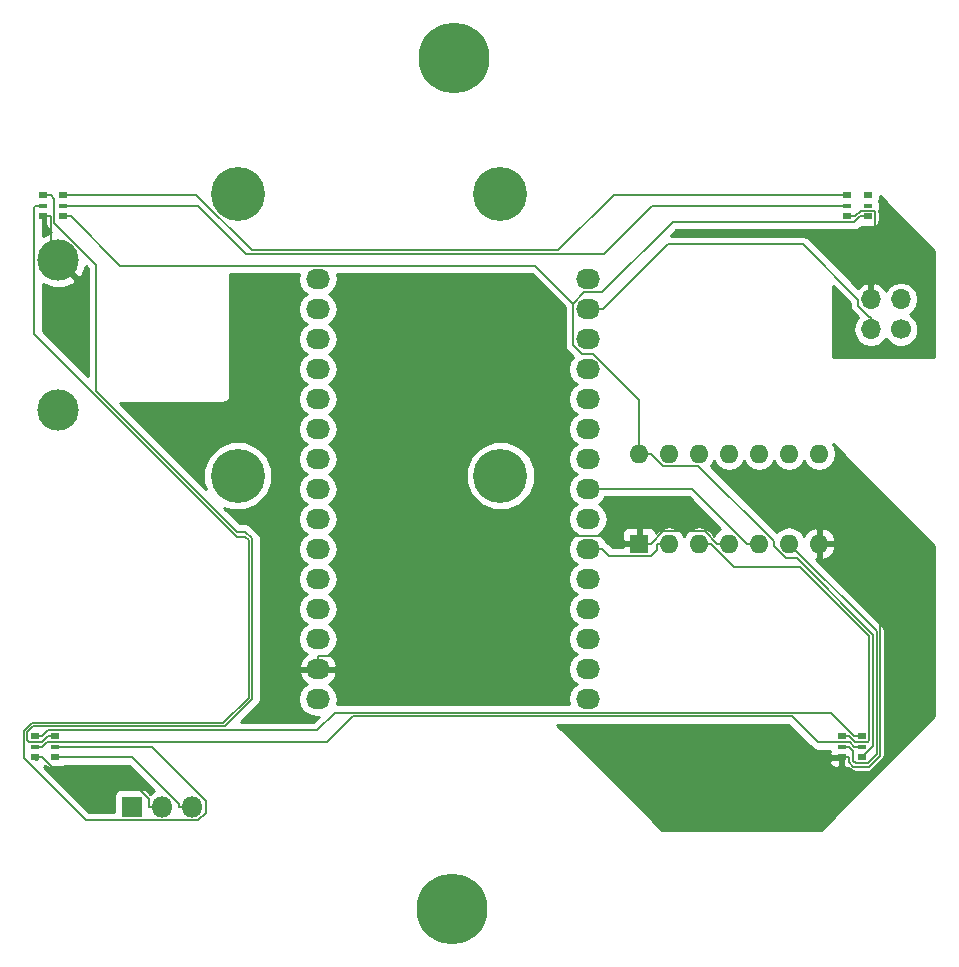
<source format=gtl>
G04 #@! TF.FileFunction,Copper,L1,Top,Signal*
%FSLAX46Y46*%
G04 Gerber Fmt 4.6, Leading zero omitted, Abs format (unit mm)*
G04 Created by KiCad (PCBNEW 4.0.7) date 07/15/18 15:36:16*
%MOMM*%
%LPD*%
G01*
G04 APERTURE LIST*
%ADD10C,0.100000*%
%ADD11C,3.500000*%
%ADD12C,4.572000*%
%ADD13R,1.800000X1.800000*%
%ADD14O,1.800000X1.800000*%
%ADD15O,2.032000X1.727200*%
%ADD16C,1.700000*%
%ADD17O,1.700000X1.700000*%
%ADD18R,0.800000X0.500000*%
%ADD19R,0.800000X0.300000*%
%ADD20R,1.600000X1.600000*%
%ADD21O,1.600000X1.600000*%
%ADD22C,6.000000*%
%ADD23C,0.152400*%
%ADD24C,0.254000*%
G04 APERTURE END LIST*
D10*
D11*
X156600000Y-68800000D03*
X156600000Y-56100000D03*
D12*
X171840000Y-50537400D03*
X171840000Y-74362600D03*
X194065000Y-74362600D03*
X194065000Y-50537400D03*
D13*
X162900000Y-102400000D03*
D14*
X165440000Y-102400000D03*
X167980000Y-102400000D03*
D15*
X178600000Y-57700000D03*
X178600000Y-60240000D03*
X178600000Y-62780000D03*
X178600000Y-65320000D03*
X178600000Y-67860000D03*
X178600000Y-70400000D03*
X178600000Y-72940000D03*
X178600000Y-75480000D03*
X178600000Y-78020000D03*
X178600000Y-80560000D03*
X178600000Y-83100000D03*
X178600000Y-85640000D03*
X178600000Y-88180000D03*
X178600000Y-90720000D03*
X178600000Y-93260000D03*
X201460000Y-57700000D03*
X201460000Y-88180000D03*
X201460000Y-90720000D03*
X201460000Y-85640000D03*
X201460000Y-70400000D03*
X201460000Y-67860000D03*
X201460000Y-72940000D03*
X201460000Y-93260000D03*
X201460000Y-78020000D03*
X201460000Y-75480000D03*
X201460000Y-80560000D03*
X201460000Y-83100000D03*
X201460000Y-62780000D03*
X201460000Y-65320000D03*
X201460000Y-60240000D03*
D16*
X227970000Y-61970000D03*
D17*
X225430000Y-61970000D03*
X227970000Y-59430000D03*
X225430000Y-59430000D03*
D18*
X222950000Y-96400000D03*
D19*
X222950000Y-97300000D03*
D18*
X222950000Y-98200000D03*
X224650000Y-98200000D03*
D19*
X224650000Y-97300000D03*
D18*
X224650000Y-96400000D03*
X154650000Y-96400000D03*
D19*
X154650000Y-97300000D03*
D18*
X154650000Y-98200000D03*
X156350000Y-98200000D03*
D19*
X156350000Y-97300000D03*
D18*
X156350000Y-96400000D03*
X155350000Y-50600000D03*
D19*
X155350000Y-51500000D03*
D18*
X155350000Y-52400000D03*
X157050000Y-52400000D03*
D19*
X157050000Y-51500000D03*
D18*
X157050000Y-50600000D03*
X223450000Y-50600000D03*
D19*
X223450000Y-51500000D03*
D18*
X223450000Y-52400000D03*
X225150000Y-52400000D03*
D19*
X225150000Y-51500000D03*
D18*
X225150000Y-50600000D03*
D20*
X205800000Y-80100000D03*
D21*
X221040000Y-72480000D03*
X208340000Y-80100000D03*
X218500000Y-72480000D03*
X210880000Y-80100000D03*
X215960000Y-72480000D03*
X213420000Y-80100000D03*
X213420000Y-72480000D03*
X215960000Y-80100000D03*
X210880000Y-72480000D03*
X218500000Y-80100000D03*
X208340000Y-72480000D03*
X221040000Y-80100000D03*
X205800000Y-72480000D03*
D22*
X190100000Y-39000000D03*
X190000000Y-111000000D03*
D23*
X154650000Y-98200000D02*
X155278900Y-98200000D01*
X155278900Y-98200000D02*
X156062800Y-98983900D01*
X156062800Y-98983900D02*
X161610700Y-98983900D01*
X161610700Y-98983900D02*
X164311100Y-101684300D01*
X164311100Y-101684300D02*
X164311100Y-102400000D01*
X165440000Y-102400000D02*
X164311100Y-102400000D01*
X222950000Y-98200000D02*
X223578900Y-98200000D01*
X221040000Y-80100000D02*
X221040000Y-81128900D01*
X204113000Y-79441900D02*
X204771100Y-80100000D01*
X189878100Y-79441900D02*
X204113000Y-79441900D01*
X179692500Y-89627500D02*
X189878100Y-79441900D01*
X178600000Y-89627500D02*
X179692500Y-89627500D01*
X178600000Y-90720000D02*
X178600000Y-89627500D01*
X205800000Y-80100000D02*
X204771100Y-80100000D01*
X224557800Y-51921100D02*
X224078900Y-52400000D01*
X225665300Y-51921100D02*
X224557800Y-51921100D01*
X225779000Y-52034800D02*
X225665300Y-51921100D01*
X225779000Y-58002100D02*
X225779000Y-52034800D01*
X225430000Y-58351100D02*
X225779000Y-58002100D01*
X225430000Y-59430000D02*
X225430000Y-58351100D01*
X223450000Y-52400000D02*
X224078900Y-52400000D01*
X155978900Y-55478900D02*
X155978900Y-52400000D01*
X156600000Y-56100000D02*
X155978900Y-55478900D01*
X155350000Y-52400000D02*
X155978900Y-52400000D01*
X207857800Y-79071100D02*
X206828900Y-80100000D01*
X211362200Y-79071100D02*
X207857800Y-79071100D01*
X212391100Y-80100000D02*
X211362200Y-79071100D01*
X213420000Y-80100000D02*
X212391100Y-80100000D01*
X205800000Y-80100000D02*
X206828900Y-80100000D01*
X226217000Y-86305900D02*
X221040000Y-81128900D01*
X226217000Y-98051600D02*
X226217000Y-86305900D01*
X225273400Y-98995200D02*
X226217000Y-98051600D01*
X223942500Y-98995200D02*
X225273400Y-98995200D01*
X223578900Y-98631600D02*
X223942500Y-98995200D01*
X223578900Y-98200000D02*
X223578900Y-98631600D01*
X222950000Y-96400000D02*
X223578900Y-96400000D01*
X210880000Y-80100000D02*
X211908900Y-80100000D01*
X224057900Y-96879000D02*
X223578900Y-96400000D01*
X225149100Y-96879000D02*
X224057900Y-96879000D01*
X225279000Y-96749100D02*
X225149100Y-96879000D01*
X225279000Y-87906800D02*
X225279000Y-96749100D01*
X219429600Y-82057400D02*
X225279000Y-87906800D01*
X213866300Y-82057400D02*
X219429600Y-82057400D01*
X211908900Y-80100000D02*
X213866300Y-82057400D01*
X222950000Y-97300000D02*
X223578900Y-97300000D01*
X225911900Y-87511900D02*
X218500000Y-80100000D01*
X225911900Y-97925100D02*
X225911900Y-87511900D01*
X225146900Y-98690100D02*
X225911900Y-97925100D01*
X224161300Y-98690100D02*
X225146900Y-98690100D01*
X223939600Y-98468400D02*
X224161300Y-98690100D01*
X223939600Y-97660700D02*
X223939600Y-98468400D01*
X223578900Y-97300000D02*
X223939600Y-97660700D01*
X166851100Y-102166100D02*
X166851100Y-102400000D01*
X162885000Y-98200000D02*
X166851100Y-102166100D01*
X156350000Y-98200000D02*
X162885000Y-98200000D01*
X167980000Y-102400000D02*
X166851100Y-102400000D01*
X225150000Y-52400000D02*
X224521100Y-52400000D01*
X157050000Y-52400000D02*
X157678900Y-52400000D01*
X161864900Y-56586000D02*
X157678900Y-52400000D01*
X197013800Y-56586000D02*
X161864900Y-56586000D01*
X200215000Y-59787200D02*
X197013800Y-56586000D01*
X224042200Y-52878900D02*
X224521100Y-52400000D01*
X208668400Y-52878900D02*
X224042200Y-52878900D01*
X202705000Y-58842300D02*
X208668400Y-52878900D01*
X201159900Y-58842300D02*
X202705000Y-58842300D01*
X200215000Y-59787200D02*
X201159900Y-58842300D01*
X205800000Y-67958800D02*
X205800000Y-72480000D01*
X201891200Y-64050000D02*
X205800000Y-67958800D01*
X200948300Y-64050000D02*
X201891200Y-64050000D01*
X200215000Y-63316700D02*
X200948300Y-64050000D01*
X200215000Y-59787200D02*
X200215000Y-63316700D01*
X225606700Y-97243300D02*
X224650000Y-98200000D01*
X225606700Y-87802800D02*
X225606700Y-97243300D01*
X219136500Y-81332600D02*
X225606700Y-87802800D01*
X218270400Y-81332600D02*
X219136500Y-81332600D01*
X217230000Y-80292200D02*
X218270400Y-81332600D01*
X217230000Y-79911900D02*
X217230000Y-80292200D01*
X210827000Y-73508900D02*
X217230000Y-79911900D01*
X207857800Y-73508900D02*
X210827000Y-73508900D01*
X206828900Y-72480000D02*
X207857800Y-73508900D01*
X205800000Y-72480000D02*
X206828900Y-72480000D01*
X223642200Y-96921100D02*
X224021100Y-97300000D01*
X220936700Y-96921100D02*
X223642200Y-96921100D01*
X218728700Y-94713100D02*
X220936700Y-96921100D01*
X181567800Y-94713100D02*
X218728700Y-94713100D01*
X179359800Y-96921100D02*
X181567800Y-94713100D01*
X155657800Y-96921100D02*
X179359800Y-96921100D01*
X155278900Y-97300000D02*
X155657800Y-96921100D01*
X154650000Y-97300000D02*
X155278900Y-97300000D01*
X224650000Y-97300000D02*
X224021100Y-97300000D01*
X222029000Y-94407900D02*
X224021100Y-96400000D01*
X180035900Y-94407900D02*
X222029000Y-94407900D01*
X178522700Y-95921100D02*
X180035900Y-94407900D01*
X155757800Y-95921100D02*
X178522700Y-95921100D01*
X155278900Y-96400000D02*
X155757800Y-95921100D01*
X154650000Y-96400000D02*
X155278900Y-96400000D01*
X224650000Y-96400000D02*
X224021100Y-96400000D01*
X155350000Y-51500000D02*
X154721100Y-51500000D01*
X164537300Y-97300000D02*
X156350000Y-97300000D01*
X169139800Y-101902500D02*
X164537300Y-97300000D01*
X169139800Y-102883000D02*
X169139800Y-101902500D01*
X168483000Y-103539800D02*
X169139800Y-102883000D01*
X158954100Y-103539800D02*
X168483000Y-103539800D01*
X153706600Y-98292300D02*
X158954100Y-103539800D01*
X153706600Y-95938100D02*
X153706600Y-98292300D01*
X154364600Y-95280100D02*
X153706600Y-95938100D01*
X170608400Y-95280100D02*
X154364600Y-95280100D01*
X172740000Y-93148500D02*
X170608400Y-95280100D01*
X172740000Y-79835900D02*
X172740000Y-93148500D01*
X172440500Y-79536400D02*
X172740000Y-79835900D01*
X171747500Y-79536400D02*
X172440500Y-79536400D01*
X154589500Y-62378400D02*
X171747500Y-79536400D01*
X154589500Y-51631600D02*
X154589500Y-62378400D01*
X154721100Y-51500000D02*
X154589500Y-51631600D01*
X155242200Y-96878900D02*
X155721100Y-96400000D01*
X154155200Y-96878900D02*
X155242200Y-96878900D01*
X154021100Y-96744800D02*
X154155200Y-96878900D01*
X154021100Y-96055200D02*
X154021100Y-96744800D01*
X154491100Y-95585200D02*
X154021100Y-96055200D01*
X170746700Y-95585200D02*
X154491100Y-95585200D01*
X173056700Y-93275200D02*
X170746700Y-95585200D01*
X173056700Y-79669400D02*
X173056700Y-93275200D01*
X172466200Y-79078900D02*
X173056700Y-79669400D01*
X171721600Y-79078900D02*
X172466200Y-79078900D01*
X159845500Y-67202800D02*
X171721600Y-79078900D01*
X159845500Y-56528900D02*
X159845500Y-67202800D01*
X156284100Y-52967500D02*
X159845500Y-56528900D01*
X156284100Y-50905200D02*
X156284100Y-52967500D01*
X155978900Y-50600000D02*
X156284100Y-50905200D01*
X155350000Y-50600000D02*
X155978900Y-50600000D01*
X156350000Y-96400000D02*
X155721100Y-96400000D01*
X206934700Y-51500000D02*
X223450000Y-51500000D01*
X202842600Y-55592100D02*
X206934700Y-51500000D01*
X172564500Y-55592100D02*
X202842600Y-55592100D01*
X168472400Y-51500000D02*
X172564500Y-55592100D01*
X157050000Y-51500000D02*
X168472400Y-51500000D01*
X168333100Y-50600000D02*
X157050000Y-50600000D01*
X173020000Y-55286900D02*
X168333100Y-50600000D01*
X198966900Y-55286900D02*
X173020000Y-55286900D01*
X203653800Y-50600000D02*
X198966900Y-55286900D01*
X223450000Y-50600000D02*
X203653800Y-50600000D01*
X210311100Y-75480000D02*
X201460000Y-75480000D01*
X214931100Y-80100000D02*
X210311100Y-75480000D01*
X215960000Y-80100000D02*
X214931100Y-80100000D01*
X203273900Y-81129000D02*
X202704900Y-80560000D01*
X206796500Y-81129000D02*
X203273900Y-81129000D01*
X207311100Y-80614400D02*
X206796500Y-81129000D01*
X207311100Y-80100000D02*
X207311100Y-80614400D01*
X208340000Y-80100000D02*
X207311100Y-80100000D01*
X201460000Y-80560000D02*
X202704900Y-80560000D01*
X202768600Y-60240000D02*
X201460000Y-60240000D01*
X208246400Y-54762200D02*
X202768600Y-60240000D01*
X219677600Y-54762200D02*
X208246400Y-54762200D01*
X224351100Y-59435700D02*
X219677600Y-54762200D01*
X224351100Y-59947200D02*
X224351100Y-59435700D01*
X225295000Y-60891100D02*
X224351100Y-59947200D01*
X225430000Y-60891100D02*
X225295000Y-60891100D01*
X225430000Y-61970000D02*
X225430000Y-60891100D01*
D24*
G36*
X230816100Y-80287336D02*
X230816100Y-94719864D01*
X221217364Y-104318600D01*
X207784836Y-104318600D01*
X201949986Y-98483750D01*
X221915000Y-98483750D01*
X221915000Y-98576310D01*
X222011673Y-98809699D01*
X222190302Y-98988327D01*
X222423691Y-99085000D01*
X222664250Y-99085000D01*
X222823000Y-98926250D01*
X222823000Y-98325000D01*
X222073750Y-98325000D01*
X221915000Y-98483750D01*
X201949986Y-98483750D01*
X198890536Y-95424300D01*
X218434112Y-95424300D01*
X220433806Y-97423995D01*
X220664536Y-97578163D01*
X220936700Y-97632300D01*
X221936862Y-97632300D01*
X221946838Y-97685317D01*
X221962338Y-97709405D01*
X221915000Y-97823690D01*
X221915000Y-97916250D01*
X222073750Y-98075000D01*
X222439188Y-98075000D01*
X222550000Y-98097440D01*
X223097000Y-98097440D01*
X223097000Y-98325000D01*
X223077000Y-98325000D01*
X223077000Y-98926250D01*
X223235750Y-99085000D01*
X223476309Y-99085000D01*
X223528708Y-99063296D01*
X223658406Y-99192994D01*
X223889135Y-99347163D01*
X223934290Y-99356145D01*
X224161300Y-99401300D01*
X225146900Y-99401300D01*
X225419065Y-99347163D01*
X225649794Y-99192994D01*
X226414794Y-98427995D01*
X226568962Y-98197265D01*
X226568963Y-98197264D01*
X226623100Y-97925100D01*
X226623100Y-87511900D01*
X226568963Y-87239736D01*
X226501386Y-87138600D01*
X226414795Y-87009006D01*
X220824387Y-81418599D01*
X220913000Y-81369915D01*
X220913000Y-80227000D01*
X221167000Y-80227000D01*
X221167000Y-81369915D01*
X221389039Y-81491904D01*
X221777423Y-81331041D01*
X222192389Y-80955134D01*
X222431914Y-80449041D01*
X222310629Y-80227000D01*
X221167000Y-80227000D01*
X220913000Y-80227000D01*
X220893000Y-80227000D01*
X220893000Y-79973000D01*
X220913000Y-79973000D01*
X220913000Y-78830085D01*
X221167000Y-78830085D01*
X221167000Y-79973000D01*
X222310629Y-79973000D01*
X222431914Y-79750959D01*
X222192389Y-79244866D01*
X221777423Y-78868959D01*
X221389039Y-78708096D01*
X221167000Y-78830085D01*
X220913000Y-78830085D01*
X220690961Y-78708096D01*
X220302577Y-78868959D01*
X219887611Y-79244866D01*
X219784986Y-79461703D01*
X219514698Y-79057189D01*
X219049151Y-78746120D01*
X218500000Y-78636887D01*
X217950849Y-78746120D01*
X217485302Y-79057189D01*
X217443556Y-79119667D01*
X211865925Y-73542037D01*
X211894698Y-73522811D01*
X212150000Y-73140725D01*
X212405302Y-73522811D01*
X212870849Y-73833880D01*
X213420000Y-73943113D01*
X213969151Y-73833880D01*
X214434698Y-73522811D01*
X214690000Y-73140725D01*
X214945302Y-73522811D01*
X215410849Y-73833880D01*
X215960000Y-73943113D01*
X216509151Y-73833880D01*
X216974698Y-73522811D01*
X217230000Y-73140725D01*
X217485302Y-73522811D01*
X217950849Y-73833880D01*
X218500000Y-73943113D01*
X219049151Y-73833880D01*
X219514698Y-73522811D01*
X219770000Y-73140725D01*
X220025302Y-73522811D01*
X220490849Y-73833880D01*
X221040000Y-73943113D01*
X221589151Y-73833880D01*
X222054698Y-73522811D01*
X222365767Y-73057264D01*
X222475000Y-72508113D01*
X222475000Y-72451887D01*
X222365767Y-71902736D01*
X222233402Y-71704638D01*
X230816100Y-80287336D01*
X230816100Y-80287336D01*
G37*
X230816100Y-80287336D02*
X230816100Y-94719864D01*
X221217364Y-104318600D01*
X207784836Y-104318600D01*
X201949986Y-98483750D01*
X221915000Y-98483750D01*
X221915000Y-98576310D01*
X222011673Y-98809699D01*
X222190302Y-98988327D01*
X222423691Y-99085000D01*
X222664250Y-99085000D01*
X222823000Y-98926250D01*
X222823000Y-98325000D01*
X222073750Y-98325000D01*
X221915000Y-98483750D01*
X201949986Y-98483750D01*
X198890536Y-95424300D01*
X218434112Y-95424300D01*
X220433806Y-97423995D01*
X220664536Y-97578163D01*
X220936700Y-97632300D01*
X221936862Y-97632300D01*
X221946838Y-97685317D01*
X221962338Y-97709405D01*
X221915000Y-97823690D01*
X221915000Y-97916250D01*
X222073750Y-98075000D01*
X222439188Y-98075000D01*
X222550000Y-98097440D01*
X223097000Y-98097440D01*
X223097000Y-98325000D01*
X223077000Y-98325000D01*
X223077000Y-98926250D01*
X223235750Y-99085000D01*
X223476309Y-99085000D01*
X223528708Y-99063296D01*
X223658406Y-99192994D01*
X223889135Y-99347163D01*
X223934290Y-99356145D01*
X224161300Y-99401300D01*
X225146900Y-99401300D01*
X225419065Y-99347163D01*
X225649794Y-99192994D01*
X226414794Y-98427995D01*
X226568962Y-98197265D01*
X226568963Y-98197264D01*
X226623100Y-97925100D01*
X226623100Y-87511900D01*
X226568963Y-87239736D01*
X226501386Y-87138600D01*
X226414795Y-87009006D01*
X220824387Y-81418599D01*
X220913000Y-81369915D01*
X220913000Y-80227000D01*
X221167000Y-80227000D01*
X221167000Y-81369915D01*
X221389039Y-81491904D01*
X221777423Y-81331041D01*
X222192389Y-80955134D01*
X222431914Y-80449041D01*
X222310629Y-80227000D01*
X221167000Y-80227000D01*
X220913000Y-80227000D01*
X220893000Y-80227000D01*
X220893000Y-79973000D01*
X220913000Y-79973000D01*
X220913000Y-78830085D01*
X221167000Y-78830085D01*
X221167000Y-79973000D01*
X222310629Y-79973000D01*
X222431914Y-79750959D01*
X222192389Y-79244866D01*
X221777423Y-78868959D01*
X221389039Y-78708096D01*
X221167000Y-78830085D01*
X220913000Y-78830085D01*
X220690961Y-78708096D01*
X220302577Y-78868959D01*
X219887611Y-79244866D01*
X219784986Y-79461703D01*
X219514698Y-79057189D01*
X219049151Y-78746120D01*
X218500000Y-78636887D01*
X217950849Y-78746120D01*
X217485302Y-79057189D01*
X217443556Y-79119667D01*
X211865925Y-73542037D01*
X211894698Y-73522811D01*
X212150000Y-73140725D01*
X212405302Y-73522811D01*
X212870849Y-73833880D01*
X213420000Y-73943113D01*
X213969151Y-73833880D01*
X214434698Y-73522811D01*
X214690000Y-73140725D01*
X214945302Y-73522811D01*
X215410849Y-73833880D01*
X215960000Y-73943113D01*
X216509151Y-73833880D01*
X216974698Y-73522811D01*
X217230000Y-73140725D01*
X217485302Y-73522811D01*
X217950849Y-73833880D01*
X218500000Y-73943113D01*
X219049151Y-73833880D01*
X219514698Y-73522811D01*
X219770000Y-73140725D01*
X220025302Y-73522811D01*
X220490849Y-73833880D01*
X221040000Y-73943113D01*
X221589151Y-73833880D01*
X222054698Y-73522811D01*
X222365767Y-73057264D01*
X222475000Y-72508113D01*
X222475000Y-72451887D01*
X222365767Y-71902736D01*
X222233402Y-71704638D01*
X230816100Y-80287336D01*
G36*
X155698110Y-99046431D02*
X155950000Y-99097440D01*
X156750000Y-99097440D01*
X156985317Y-99053162D01*
X157201441Y-98914090D01*
X157203416Y-98911200D01*
X162590412Y-98911200D01*
X164743048Y-101063837D01*
X164532424Y-101162034D01*
X164409156Y-101296538D01*
X164403162Y-101264683D01*
X164264090Y-101048559D01*
X164051890Y-100903569D01*
X163800000Y-100852560D01*
X162000000Y-100852560D01*
X161764683Y-100896838D01*
X161548559Y-101035910D01*
X161403569Y-101248110D01*
X161352560Y-101500000D01*
X161352560Y-102828600D01*
X159248689Y-102828600D01*
X155408791Y-98988703D01*
X155409698Y-98988327D01*
X155492252Y-98905774D01*
X155698110Y-99046431D01*
X155698110Y-99046431D01*
G37*
X155698110Y-99046431D02*
X155950000Y-99097440D01*
X156750000Y-99097440D01*
X156985317Y-99053162D01*
X157201441Y-98914090D01*
X157203416Y-98911200D01*
X162590412Y-98911200D01*
X164743048Y-101063837D01*
X164532424Y-101162034D01*
X164409156Y-101296538D01*
X164403162Y-101264683D01*
X164264090Y-101048559D01*
X164051890Y-100903569D01*
X163800000Y-100852560D01*
X162000000Y-100852560D01*
X161764683Y-100896838D01*
X161548559Y-101035910D01*
X161403569Y-101248110D01*
X161352560Y-101500000D01*
X161352560Y-102828600D01*
X159248689Y-102828600D01*
X155408791Y-98988703D01*
X155409698Y-98988327D01*
X155492252Y-98905774D01*
X155698110Y-99046431D01*
G36*
X165567000Y-102273000D02*
X165587000Y-102273000D01*
X165587000Y-102527000D01*
X165567000Y-102527000D01*
X165567000Y-102547000D01*
X165313000Y-102547000D01*
X165313000Y-102527000D01*
X165293000Y-102527000D01*
X165293000Y-102273000D01*
X165313000Y-102273000D01*
X165313000Y-102253000D01*
X165567000Y-102253000D01*
X165567000Y-102273000D01*
X165567000Y-102273000D01*
G37*
X165567000Y-102273000D02*
X165587000Y-102273000D01*
X165587000Y-102527000D01*
X165567000Y-102527000D01*
X165567000Y-102547000D01*
X165313000Y-102547000D01*
X165313000Y-102527000D01*
X165293000Y-102527000D01*
X165293000Y-102273000D01*
X165313000Y-102273000D01*
X165313000Y-102253000D01*
X165567000Y-102253000D01*
X165567000Y-102273000D01*
G36*
X154797000Y-98325000D02*
X154777000Y-98325000D01*
X154777000Y-98347000D01*
X154767088Y-98347000D01*
X154517528Y-98097440D01*
X154797000Y-98097440D01*
X154797000Y-98325000D01*
X154797000Y-98325000D01*
G37*
X154797000Y-98325000D02*
X154777000Y-98325000D01*
X154777000Y-98347000D01*
X154767088Y-98347000D01*
X154517528Y-98097440D01*
X154797000Y-98097440D01*
X154797000Y-98325000D01*
G36*
X176916655Y-57700000D02*
X177030729Y-58273489D01*
X177355585Y-58759670D01*
X177670366Y-58970000D01*
X177355585Y-59180330D01*
X177030729Y-59666511D01*
X176916655Y-60240000D01*
X177030729Y-60813489D01*
X177355585Y-61299670D01*
X177670366Y-61510000D01*
X177355585Y-61720330D01*
X177030729Y-62206511D01*
X176916655Y-62780000D01*
X177030729Y-63353489D01*
X177355585Y-63839670D01*
X177670366Y-64050000D01*
X177355585Y-64260330D01*
X177030729Y-64746511D01*
X176916655Y-65320000D01*
X177030729Y-65893489D01*
X177355585Y-66379670D01*
X177670366Y-66590000D01*
X177355585Y-66800330D01*
X177030729Y-67286511D01*
X176916655Y-67860000D01*
X177030729Y-68433489D01*
X177355585Y-68919670D01*
X177670366Y-69130000D01*
X177355585Y-69340330D01*
X177030729Y-69826511D01*
X176916655Y-70400000D01*
X177030729Y-70973489D01*
X177355585Y-71459670D01*
X177670366Y-71670000D01*
X177355585Y-71880330D01*
X177030729Y-72366511D01*
X176916655Y-72940000D01*
X177030729Y-73513489D01*
X177355585Y-73999670D01*
X177670366Y-74210000D01*
X177355585Y-74420330D01*
X177030729Y-74906511D01*
X176916655Y-75480000D01*
X177030729Y-76053489D01*
X177355585Y-76539670D01*
X177670366Y-76750000D01*
X177355585Y-76960330D01*
X177030729Y-77446511D01*
X176916655Y-78020000D01*
X177030729Y-78593489D01*
X177355585Y-79079670D01*
X177670366Y-79290000D01*
X177355585Y-79500330D01*
X177030729Y-79986511D01*
X176916655Y-80560000D01*
X177030729Y-81133489D01*
X177355585Y-81619670D01*
X177670366Y-81830000D01*
X177355585Y-82040330D01*
X177030729Y-82526511D01*
X176916655Y-83100000D01*
X177030729Y-83673489D01*
X177355585Y-84159670D01*
X177670366Y-84370000D01*
X177355585Y-84580330D01*
X177030729Y-85066511D01*
X176916655Y-85640000D01*
X177030729Y-86213489D01*
X177355585Y-86699670D01*
X177670366Y-86910000D01*
X177355585Y-87120330D01*
X177030729Y-87606511D01*
X176916655Y-88180000D01*
X177030729Y-88753489D01*
X177355585Y-89239670D01*
X177665069Y-89446461D01*
X177249268Y-89817964D01*
X176995291Y-90345209D01*
X176992642Y-90360974D01*
X177113783Y-90593000D01*
X178473000Y-90593000D01*
X178473000Y-90573000D01*
X178727000Y-90573000D01*
X178727000Y-90593000D01*
X180086217Y-90593000D01*
X180207358Y-90360974D01*
X180204709Y-90345209D01*
X179950732Y-89817964D01*
X179534931Y-89446461D01*
X179844415Y-89239670D01*
X180169271Y-88753489D01*
X180283345Y-88180000D01*
X180169271Y-87606511D01*
X179844415Y-87120330D01*
X179529634Y-86910000D01*
X179844415Y-86699670D01*
X180169271Y-86213489D01*
X180283345Y-85640000D01*
X180169271Y-85066511D01*
X179844415Y-84580330D01*
X179529634Y-84370000D01*
X179844415Y-84159670D01*
X180169271Y-83673489D01*
X180283345Y-83100000D01*
X180169271Y-82526511D01*
X179844415Y-82040330D01*
X179529634Y-81830000D01*
X179844415Y-81619670D01*
X180169271Y-81133489D01*
X180283345Y-80560000D01*
X180169271Y-79986511D01*
X179844415Y-79500330D01*
X179529634Y-79290000D01*
X179844415Y-79079670D01*
X180169271Y-78593489D01*
X180283345Y-78020000D01*
X180169271Y-77446511D01*
X179844415Y-76960330D01*
X179529634Y-76750000D01*
X179844415Y-76539670D01*
X180169271Y-76053489D01*
X180283345Y-75480000D01*
X180176147Y-74941074D01*
X191143494Y-74941074D01*
X191587253Y-76015052D01*
X192408226Y-76837460D01*
X193481428Y-77283092D01*
X194643474Y-77284106D01*
X195717452Y-76840347D01*
X196539860Y-76019374D01*
X196985492Y-74946172D01*
X196986506Y-73784126D01*
X196542747Y-72710148D01*
X195721774Y-71887740D01*
X194648572Y-71442108D01*
X193486526Y-71441094D01*
X192412548Y-71884853D01*
X191590140Y-72705826D01*
X191144508Y-73779028D01*
X191143494Y-74941074D01*
X180176147Y-74941074D01*
X180169271Y-74906511D01*
X179844415Y-74420330D01*
X179529634Y-74210000D01*
X179844415Y-73999670D01*
X180169271Y-73513489D01*
X180283345Y-72940000D01*
X180169271Y-72366511D01*
X179844415Y-71880330D01*
X179529634Y-71670000D01*
X179844415Y-71459670D01*
X180169271Y-70973489D01*
X180283345Y-70400000D01*
X180169271Y-69826511D01*
X179844415Y-69340330D01*
X179529634Y-69130000D01*
X179844415Y-68919670D01*
X180169271Y-68433489D01*
X180283345Y-67860000D01*
X180169271Y-67286511D01*
X179844415Y-66800330D01*
X179529634Y-66590000D01*
X179844415Y-66379670D01*
X180169271Y-65893489D01*
X180283345Y-65320000D01*
X180169271Y-64746511D01*
X179844415Y-64260330D01*
X179529634Y-64050000D01*
X179844415Y-63839670D01*
X180169271Y-63353489D01*
X180283345Y-62780000D01*
X180169271Y-62206511D01*
X179844415Y-61720330D01*
X179529634Y-61510000D01*
X179844415Y-61299670D01*
X180169271Y-60813489D01*
X180283345Y-60240000D01*
X180169271Y-59666511D01*
X179844415Y-59180330D01*
X179529634Y-58970000D01*
X179844415Y-58759670D01*
X180169271Y-58273489D01*
X180283345Y-57700000D01*
X180203223Y-57297200D01*
X196719212Y-57297200D01*
X199503800Y-60081789D01*
X199503800Y-63316700D01*
X199557937Y-63588865D01*
X199712106Y-63819594D01*
X200190454Y-64297942D01*
X199890729Y-64746511D01*
X199776655Y-65320000D01*
X199890729Y-65893489D01*
X200215585Y-66379670D01*
X200530366Y-66590000D01*
X200215585Y-66800330D01*
X199890729Y-67286511D01*
X199776655Y-67860000D01*
X199890729Y-68433489D01*
X200215585Y-68919670D01*
X200530366Y-69130000D01*
X200215585Y-69340330D01*
X199890729Y-69826511D01*
X199776655Y-70400000D01*
X199890729Y-70973489D01*
X200215585Y-71459670D01*
X200530366Y-71670000D01*
X200215585Y-71880330D01*
X199890729Y-72366511D01*
X199776655Y-72940000D01*
X199890729Y-73513489D01*
X200215585Y-73999670D01*
X200530366Y-74210000D01*
X200215585Y-74420330D01*
X199890729Y-74906511D01*
X199776655Y-75480000D01*
X199890729Y-76053489D01*
X200215585Y-76539670D01*
X200530366Y-76750000D01*
X200215585Y-76960330D01*
X199890729Y-77446511D01*
X199776655Y-78020000D01*
X199890729Y-78593489D01*
X200215585Y-79079670D01*
X200530366Y-79290000D01*
X200215585Y-79500330D01*
X199890729Y-79986511D01*
X199776655Y-80560000D01*
X199890729Y-81133489D01*
X200215585Y-81619670D01*
X200530366Y-81830000D01*
X200215585Y-82040330D01*
X199890729Y-82526511D01*
X199776655Y-83100000D01*
X199890729Y-83673489D01*
X200215585Y-84159670D01*
X200530366Y-84370000D01*
X200215585Y-84580330D01*
X199890729Y-85066511D01*
X199776655Y-85640000D01*
X199890729Y-86213489D01*
X200215585Y-86699670D01*
X200530366Y-86910000D01*
X200215585Y-87120330D01*
X199890729Y-87606511D01*
X199776655Y-88180000D01*
X199890729Y-88753489D01*
X200215585Y-89239670D01*
X200530366Y-89450000D01*
X200215585Y-89660330D01*
X199890729Y-90146511D01*
X199776655Y-90720000D01*
X199890729Y-91293489D01*
X200215585Y-91779670D01*
X200530366Y-91990000D01*
X200215585Y-92200330D01*
X199890729Y-92686511D01*
X199776655Y-93260000D01*
X199863520Y-93696700D01*
X180196480Y-93696700D01*
X180283345Y-93260000D01*
X180169271Y-92686511D01*
X179844415Y-92200330D01*
X179534931Y-91993539D01*
X179950732Y-91622036D01*
X180204709Y-91094791D01*
X180207358Y-91079026D01*
X180086217Y-90847000D01*
X178727000Y-90847000D01*
X178727000Y-90867000D01*
X178473000Y-90867000D01*
X178473000Y-90847000D01*
X177113783Y-90847000D01*
X176992642Y-91079026D01*
X176995291Y-91094791D01*
X177249268Y-91622036D01*
X177665069Y-91993539D01*
X177355585Y-92200330D01*
X177030729Y-92686511D01*
X176916655Y-93260000D01*
X177030729Y-93833489D01*
X177355585Y-94319670D01*
X177841766Y-94644526D01*
X178415255Y-94758600D01*
X178679412Y-94758600D01*
X178228112Y-95209900D01*
X172127788Y-95209900D01*
X173559594Y-93778095D01*
X173713762Y-93547365D01*
X173713763Y-93547364D01*
X173767900Y-93275200D01*
X173767900Y-79669400D01*
X173713763Y-79397236D01*
X173713763Y-79397235D01*
X173559594Y-79166506D01*
X172969094Y-78576006D01*
X172738365Y-78421837D01*
X172466200Y-78367700D01*
X172016189Y-78367700D01*
X170700910Y-77052421D01*
X171256428Y-77283092D01*
X172418474Y-77284106D01*
X173492452Y-76840347D01*
X174314860Y-76019374D01*
X174760492Y-74946172D01*
X174761506Y-73784126D01*
X174317747Y-72710148D01*
X173496774Y-71887740D01*
X172423572Y-71442108D01*
X171261526Y-71441094D01*
X170187548Y-71884853D01*
X169365140Y-72705826D01*
X168919508Y-73779028D01*
X168918494Y-74941074D01*
X169150106Y-75501617D01*
X161837088Y-68188600D01*
X170501100Y-68188600D01*
X170763238Y-68136457D01*
X170985468Y-67987968D01*
X171133957Y-67765738D01*
X171186100Y-67503600D01*
X171186100Y-57503600D01*
X171145044Y-57297200D01*
X176996777Y-57297200D01*
X176916655Y-57700000D01*
X176916655Y-57700000D01*
G37*
X176916655Y-57700000D02*
X177030729Y-58273489D01*
X177355585Y-58759670D01*
X177670366Y-58970000D01*
X177355585Y-59180330D01*
X177030729Y-59666511D01*
X176916655Y-60240000D01*
X177030729Y-60813489D01*
X177355585Y-61299670D01*
X177670366Y-61510000D01*
X177355585Y-61720330D01*
X177030729Y-62206511D01*
X176916655Y-62780000D01*
X177030729Y-63353489D01*
X177355585Y-63839670D01*
X177670366Y-64050000D01*
X177355585Y-64260330D01*
X177030729Y-64746511D01*
X176916655Y-65320000D01*
X177030729Y-65893489D01*
X177355585Y-66379670D01*
X177670366Y-66590000D01*
X177355585Y-66800330D01*
X177030729Y-67286511D01*
X176916655Y-67860000D01*
X177030729Y-68433489D01*
X177355585Y-68919670D01*
X177670366Y-69130000D01*
X177355585Y-69340330D01*
X177030729Y-69826511D01*
X176916655Y-70400000D01*
X177030729Y-70973489D01*
X177355585Y-71459670D01*
X177670366Y-71670000D01*
X177355585Y-71880330D01*
X177030729Y-72366511D01*
X176916655Y-72940000D01*
X177030729Y-73513489D01*
X177355585Y-73999670D01*
X177670366Y-74210000D01*
X177355585Y-74420330D01*
X177030729Y-74906511D01*
X176916655Y-75480000D01*
X177030729Y-76053489D01*
X177355585Y-76539670D01*
X177670366Y-76750000D01*
X177355585Y-76960330D01*
X177030729Y-77446511D01*
X176916655Y-78020000D01*
X177030729Y-78593489D01*
X177355585Y-79079670D01*
X177670366Y-79290000D01*
X177355585Y-79500330D01*
X177030729Y-79986511D01*
X176916655Y-80560000D01*
X177030729Y-81133489D01*
X177355585Y-81619670D01*
X177670366Y-81830000D01*
X177355585Y-82040330D01*
X177030729Y-82526511D01*
X176916655Y-83100000D01*
X177030729Y-83673489D01*
X177355585Y-84159670D01*
X177670366Y-84370000D01*
X177355585Y-84580330D01*
X177030729Y-85066511D01*
X176916655Y-85640000D01*
X177030729Y-86213489D01*
X177355585Y-86699670D01*
X177670366Y-86910000D01*
X177355585Y-87120330D01*
X177030729Y-87606511D01*
X176916655Y-88180000D01*
X177030729Y-88753489D01*
X177355585Y-89239670D01*
X177665069Y-89446461D01*
X177249268Y-89817964D01*
X176995291Y-90345209D01*
X176992642Y-90360974D01*
X177113783Y-90593000D01*
X178473000Y-90593000D01*
X178473000Y-90573000D01*
X178727000Y-90573000D01*
X178727000Y-90593000D01*
X180086217Y-90593000D01*
X180207358Y-90360974D01*
X180204709Y-90345209D01*
X179950732Y-89817964D01*
X179534931Y-89446461D01*
X179844415Y-89239670D01*
X180169271Y-88753489D01*
X180283345Y-88180000D01*
X180169271Y-87606511D01*
X179844415Y-87120330D01*
X179529634Y-86910000D01*
X179844415Y-86699670D01*
X180169271Y-86213489D01*
X180283345Y-85640000D01*
X180169271Y-85066511D01*
X179844415Y-84580330D01*
X179529634Y-84370000D01*
X179844415Y-84159670D01*
X180169271Y-83673489D01*
X180283345Y-83100000D01*
X180169271Y-82526511D01*
X179844415Y-82040330D01*
X179529634Y-81830000D01*
X179844415Y-81619670D01*
X180169271Y-81133489D01*
X180283345Y-80560000D01*
X180169271Y-79986511D01*
X179844415Y-79500330D01*
X179529634Y-79290000D01*
X179844415Y-79079670D01*
X180169271Y-78593489D01*
X180283345Y-78020000D01*
X180169271Y-77446511D01*
X179844415Y-76960330D01*
X179529634Y-76750000D01*
X179844415Y-76539670D01*
X180169271Y-76053489D01*
X180283345Y-75480000D01*
X180176147Y-74941074D01*
X191143494Y-74941074D01*
X191587253Y-76015052D01*
X192408226Y-76837460D01*
X193481428Y-77283092D01*
X194643474Y-77284106D01*
X195717452Y-76840347D01*
X196539860Y-76019374D01*
X196985492Y-74946172D01*
X196986506Y-73784126D01*
X196542747Y-72710148D01*
X195721774Y-71887740D01*
X194648572Y-71442108D01*
X193486526Y-71441094D01*
X192412548Y-71884853D01*
X191590140Y-72705826D01*
X191144508Y-73779028D01*
X191143494Y-74941074D01*
X180176147Y-74941074D01*
X180169271Y-74906511D01*
X179844415Y-74420330D01*
X179529634Y-74210000D01*
X179844415Y-73999670D01*
X180169271Y-73513489D01*
X180283345Y-72940000D01*
X180169271Y-72366511D01*
X179844415Y-71880330D01*
X179529634Y-71670000D01*
X179844415Y-71459670D01*
X180169271Y-70973489D01*
X180283345Y-70400000D01*
X180169271Y-69826511D01*
X179844415Y-69340330D01*
X179529634Y-69130000D01*
X179844415Y-68919670D01*
X180169271Y-68433489D01*
X180283345Y-67860000D01*
X180169271Y-67286511D01*
X179844415Y-66800330D01*
X179529634Y-66590000D01*
X179844415Y-66379670D01*
X180169271Y-65893489D01*
X180283345Y-65320000D01*
X180169271Y-64746511D01*
X179844415Y-64260330D01*
X179529634Y-64050000D01*
X179844415Y-63839670D01*
X180169271Y-63353489D01*
X180283345Y-62780000D01*
X180169271Y-62206511D01*
X179844415Y-61720330D01*
X179529634Y-61510000D01*
X179844415Y-61299670D01*
X180169271Y-60813489D01*
X180283345Y-60240000D01*
X180169271Y-59666511D01*
X179844415Y-59180330D01*
X179529634Y-58970000D01*
X179844415Y-58759670D01*
X180169271Y-58273489D01*
X180283345Y-57700000D01*
X180203223Y-57297200D01*
X196719212Y-57297200D01*
X199503800Y-60081789D01*
X199503800Y-63316700D01*
X199557937Y-63588865D01*
X199712106Y-63819594D01*
X200190454Y-64297942D01*
X199890729Y-64746511D01*
X199776655Y-65320000D01*
X199890729Y-65893489D01*
X200215585Y-66379670D01*
X200530366Y-66590000D01*
X200215585Y-66800330D01*
X199890729Y-67286511D01*
X199776655Y-67860000D01*
X199890729Y-68433489D01*
X200215585Y-68919670D01*
X200530366Y-69130000D01*
X200215585Y-69340330D01*
X199890729Y-69826511D01*
X199776655Y-70400000D01*
X199890729Y-70973489D01*
X200215585Y-71459670D01*
X200530366Y-71670000D01*
X200215585Y-71880330D01*
X199890729Y-72366511D01*
X199776655Y-72940000D01*
X199890729Y-73513489D01*
X200215585Y-73999670D01*
X200530366Y-74210000D01*
X200215585Y-74420330D01*
X199890729Y-74906511D01*
X199776655Y-75480000D01*
X199890729Y-76053489D01*
X200215585Y-76539670D01*
X200530366Y-76750000D01*
X200215585Y-76960330D01*
X199890729Y-77446511D01*
X199776655Y-78020000D01*
X199890729Y-78593489D01*
X200215585Y-79079670D01*
X200530366Y-79290000D01*
X200215585Y-79500330D01*
X199890729Y-79986511D01*
X199776655Y-80560000D01*
X199890729Y-81133489D01*
X200215585Y-81619670D01*
X200530366Y-81830000D01*
X200215585Y-82040330D01*
X199890729Y-82526511D01*
X199776655Y-83100000D01*
X199890729Y-83673489D01*
X200215585Y-84159670D01*
X200530366Y-84370000D01*
X200215585Y-84580330D01*
X199890729Y-85066511D01*
X199776655Y-85640000D01*
X199890729Y-86213489D01*
X200215585Y-86699670D01*
X200530366Y-86910000D01*
X200215585Y-87120330D01*
X199890729Y-87606511D01*
X199776655Y-88180000D01*
X199890729Y-88753489D01*
X200215585Y-89239670D01*
X200530366Y-89450000D01*
X200215585Y-89660330D01*
X199890729Y-90146511D01*
X199776655Y-90720000D01*
X199890729Y-91293489D01*
X200215585Y-91779670D01*
X200530366Y-91990000D01*
X200215585Y-92200330D01*
X199890729Y-92686511D01*
X199776655Y-93260000D01*
X199863520Y-93696700D01*
X180196480Y-93696700D01*
X180283345Y-93260000D01*
X180169271Y-92686511D01*
X179844415Y-92200330D01*
X179534931Y-91993539D01*
X179950732Y-91622036D01*
X180204709Y-91094791D01*
X180207358Y-91079026D01*
X180086217Y-90847000D01*
X178727000Y-90847000D01*
X178727000Y-90867000D01*
X178473000Y-90867000D01*
X178473000Y-90847000D01*
X177113783Y-90847000D01*
X176992642Y-91079026D01*
X176995291Y-91094791D01*
X177249268Y-91622036D01*
X177665069Y-91993539D01*
X177355585Y-92200330D01*
X177030729Y-92686511D01*
X176916655Y-93260000D01*
X177030729Y-93833489D01*
X177355585Y-94319670D01*
X177841766Y-94644526D01*
X178415255Y-94758600D01*
X178679412Y-94758600D01*
X178228112Y-95209900D01*
X172127788Y-95209900D01*
X173559594Y-93778095D01*
X173713762Y-93547365D01*
X173713763Y-93547364D01*
X173767900Y-93275200D01*
X173767900Y-79669400D01*
X173713763Y-79397236D01*
X173713763Y-79397235D01*
X173559594Y-79166506D01*
X172969094Y-78576006D01*
X172738365Y-78421837D01*
X172466200Y-78367700D01*
X172016189Y-78367700D01*
X170700910Y-77052421D01*
X171256428Y-77283092D01*
X172418474Y-77284106D01*
X173492452Y-76840347D01*
X174314860Y-76019374D01*
X174760492Y-74946172D01*
X174761506Y-73784126D01*
X174317747Y-72710148D01*
X173496774Y-71887740D01*
X172423572Y-71442108D01*
X171261526Y-71441094D01*
X170187548Y-71884853D01*
X169365140Y-72705826D01*
X168919508Y-73779028D01*
X168918494Y-74941074D01*
X169150106Y-75501617D01*
X161837088Y-68188600D01*
X170501100Y-68188600D01*
X170763238Y-68136457D01*
X170985468Y-67987968D01*
X171133957Y-67765738D01*
X171186100Y-67503600D01*
X171186100Y-57503600D01*
X171145044Y-57297200D01*
X176996777Y-57297200D01*
X176916655Y-57700000D01*
G36*
X212690846Y-78865534D02*
X212682577Y-78868959D01*
X212267611Y-79244866D01*
X212174487Y-79441629D01*
X212148060Y-79436372D01*
X211894698Y-79057189D01*
X211429151Y-78746120D01*
X210880000Y-78636887D01*
X210330849Y-78746120D01*
X209865302Y-79057189D01*
X209610000Y-79439275D01*
X209354698Y-79057189D01*
X208889151Y-78746120D01*
X208340000Y-78636887D01*
X207790849Y-78746120D01*
X207325302Y-79057189D01*
X207235000Y-79192335D01*
X207235000Y-79173691D01*
X207138327Y-78940302D01*
X206959699Y-78761673D01*
X206726310Y-78665000D01*
X206085750Y-78665000D01*
X205927000Y-78823750D01*
X205927000Y-79973000D01*
X205947000Y-79973000D01*
X205947000Y-80227000D01*
X205927000Y-80227000D01*
X205927000Y-80247000D01*
X205673000Y-80247000D01*
X205673000Y-80227000D01*
X204523750Y-80227000D01*
X204365000Y-80385750D01*
X204365000Y-80417800D01*
X203568489Y-80417800D01*
X203207794Y-80057106D01*
X202977065Y-79902937D01*
X202972871Y-79902103D01*
X202704415Y-79500330D01*
X202389634Y-79290000D01*
X202563702Y-79173691D01*
X204365000Y-79173691D01*
X204365000Y-79814250D01*
X204523750Y-79973000D01*
X205673000Y-79973000D01*
X205673000Y-78823750D01*
X205514250Y-78665000D01*
X204873690Y-78665000D01*
X204640301Y-78761673D01*
X204461673Y-78940302D01*
X204365000Y-79173691D01*
X202563702Y-79173691D01*
X202704415Y-79079670D01*
X203029271Y-78593489D01*
X203143345Y-78020000D01*
X203029271Y-77446511D01*
X202704415Y-76960330D01*
X202389634Y-76750000D01*
X202704415Y-76539670D01*
X202937255Y-76191200D01*
X210016512Y-76191200D01*
X212690846Y-78865534D01*
X212690846Y-78865534D01*
G37*
X212690846Y-78865534D02*
X212682577Y-78868959D01*
X212267611Y-79244866D01*
X212174487Y-79441629D01*
X212148060Y-79436372D01*
X211894698Y-79057189D01*
X211429151Y-78746120D01*
X210880000Y-78636887D01*
X210330849Y-78746120D01*
X209865302Y-79057189D01*
X209610000Y-79439275D01*
X209354698Y-79057189D01*
X208889151Y-78746120D01*
X208340000Y-78636887D01*
X207790849Y-78746120D01*
X207325302Y-79057189D01*
X207235000Y-79192335D01*
X207235000Y-79173691D01*
X207138327Y-78940302D01*
X206959699Y-78761673D01*
X206726310Y-78665000D01*
X206085750Y-78665000D01*
X205927000Y-78823750D01*
X205927000Y-79973000D01*
X205947000Y-79973000D01*
X205947000Y-80227000D01*
X205927000Y-80227000D01*
X205927000Y-80247000D01*
X205673000Y-80247000D01*
X205673000Y-80227000D01*
X204523750Y-80227000D01*
X204365000Y-80385750D01*
X204365000Y-80417800D01*
X203568489Y-80417800D01*
X203207794Y-80057106D01*
X202977065Y-79902937D01*
X202972871Y-79902103D01*
X202704415Y-79500330D01*
X202389634Y-79290000D01*
X202563702Y-79173691D01*
X204365000Y-79173691D01*
X204365000Y-79814250D01*
X204523750Y-79973000D01*
X205673000Y-79973000D01*
X205673000Y-78823750D01*
X205514250Y-78665000D01*
X204873690Y-78665000D01*
X204640301Y-78761673D01*
X204461673Y-78940302D01*
X204365000Y-79173691D01*
X202563702Y-79173691D01*
X202704415Y-79079670D01*
X203029271Y-78593489D01*
X203143345Y-78020000D01*
X203029271Y-77446511D01*
X202704415Y-76960330D01*
X202389634Y-76750000D01*
X202704415Y-76539670D01*
X202937255Y-76191200D01*
X210016512Y-76191200D01*
X212690846Y-78865534D01*
G36*
X213547000Y-79973000D02*
X213567000Y-79973000D01*
X213567000Y-80227000D01*
X213547000Y-80227000D01*
X213547000Y-80247000D01*
X213293000Y-80247000D01*
X213293000Y-80227000D01*
X213273000Y-80227000D01*
X213273000Y-79973000D01*
X213293000Y-79973000D01*
X213293000Y-79953000D01*
X213547000Y-79953000D01*
X213547000Y-79973000D01*
X213547000Y-79973000D01*
G37*
X213547000Y-79973000D02*
X213567000Y-79973000D01*
X213567000Y-80227000D01*
X213547000Y-80227000D01*
X213547000Y-80247000D01*
X213293000Y-80247000D01*
X213293000Y-80227000D01*
X213273000Y-80227000D01*
X213273000Y-79973000D01*
X213293000Y-79973000D01*
X213293000Y-79953000D01*
X213547000Y-79953000D01*
X213547000Y-79973000D01*
G36*
X156793748Y-56085858D02*
X156779605Y-56100000D01*
X158294528Y-57614923D01*
X158639271Y-57424636D01*
X158951953Y-56641141D01*
X159134300Y-56823488D01*
X159134300Y-65917412D01*
X155300700Y-62083812D01*
X155300700Y-58149382D01*
X156156591Y-58490956D01*
X157105323Y-58478641D01*
X157924636Y-58139271D01*
X158114923Y-57794528D01*
X156600000Y-56279605D01*
X156585858Y-56293748D01*
X156406253Y-56114143D01*
X156420395Y-56100000D01*
X156406253Y-56085858D01*
X156585858Y-55906253D01*
X156600000Y-55920395D01*
X156614143Y-55906253D01*
X156793748Y-56085858D01*
X156793748Y-56085858D01*
G37*
X156793748Y-56085858D02*
X156779605Y-56100000D01*
X158294528Y-57614923D01*
X158639271Y-57424636D01*
X158951953Y-56641141D01*
X159134300Y-56823488D01*
X159134300Y-65917412D01*
X155300700Y-62083812D01*
X155300700Y-58149382D01*
X156156591Y-58490956D01*
X157105323Y-58478641D01*
X157924636Y-58139271D01*
X158114923Y-57794528D01*
X156600000Y-56279605D01*
X156585858Y-56293748D01*
X156406253Y-56114143D01*
X156420395Y-56100000D01*
X156406253Y-56085858D01*
X156585858Y-55906253D01*
X156600000Y-55920395D01*
X156614143Y-55906253D01*
X156793748Y-56085858D01*
G36*
X230816100Y-55287336D02*
X230816100Y-64318600D01*
X222186100Y-64318600D01*
X222186100Y-58276488D01*
X223639900Y-59730288D01*
X223639900Y-59947200D01*
X223694037Y-60219365D01*
X223848206Y-60450094D01*
X224343504Y-60945392D01*
X224058039Y-61372622D01*
X223945000Y-61940907D01*
X223945000Y-61999093D01*
X224058039Y-62567378D01*
X224379946Y-63049147D01*
X224861715Y-63371054D01*
X225430000Y-63484093D01*
X225998285Y-63371054D01*
X226480054Y-63049147D01*
X226683385Y-62744840D01*
X226710344Y-62810086D01*
X227127717Y-63228188D01*
X227673319Y-63454742D01*
X228264089Y-63455257D01*
X228810086Y-63229656D01*
X229228188Y-62812283D01*
X229454742Y-62266681D01*
X229455257Y-61675911D01*
X229229656Y-61129914D01*
X228812283Y-60711812D01*
X228753361Y-60687345D01*
X229020054Y-60509147D01*
X229341961Y-60027378D01*
X229455000Y-59459093D01*
X229455000Y-59400907D01*
X229341961Y-58832622D01*
X229020054Y-58350853D01*
X228538285Y-58028946D01*
X227970000Y-57915907D01*
X227401715Y-58028946D01*
X226919946Y-58350853D01*
X226692298Y-58691553D01*
X226625183Y-58548642D01*
X226196924Y-58158355D01*
X225786890Y-57988524D01*
X225557000Y-58109845D01*
X225557000Y-59303000D01*
X225577000Y-59303000D01*
X225577000Y-59557000D01*
X225557000Y-59557000D01*
X225557000Y-59577000D01*
X225303000Y-59577000D01*
X225303000Y-59557000D01*
X225283000Y-59557000D01*
X225283000Y-59303000D01*
X225303000Y-59303000D01*
X225303000Y-58109845D01*
X225073110Y-57988524D01*
X224663076Y-58158355D01*
X224357775Y-58436587D01*
X220180494Y-54259306D01*
X219949765Y-54105137D01*
X219677600Y-54051000D01*
X208502088Y-54051000D01*
X208962988Y-53590100D01*
X224042200Y-53590100D01*
X224314365Y-53535963D01*
X224545094Y-53381794D01*
X224649749Y-53277139D01*
X224750000Y-53297440D01*
X225550000Y-53297440D01*
X225785317Y-53253162D01*
X226001441Y-53114090D01*
X226146431Y-52901890D01*
X226197440Y-52650000D01*
X226197440Y-52150000D01*
X226153162Y-51914683D01*
X226145658Y-51903021D01*
X226146431Y-51901890D01*
X226197440Y-51650000D01*
X226197440Y-51350000D01*
X226153162Y-51114683D01*
X226145658Y-51103021D01*
X226146431Y-51101890D01*
X226197440Y-50850000D01*
X226197440Y-50668676D01*
X230816100Y-55287336D01*
X230816100Y-55287336D01*
G37*
X230816100Y-55287336D02*
X230816100Y-64318600D01*
X222186100Y-64318600D01*
X222186100Y-58276488D01*
X223639900Y-59730288D01*
X223639900Y-59947200D01*
X223694037Y-60219365D01*
X223848206Y-60450094D01*
X224343504Y-60945392D01*
X224058039Y-61372622D01*
X223945000Y-61940907D01*
X223945000Y-61999093D01*
X224058039Y-62567378D01*
X224379946Y-63049147D01*
X224861715Y-63371054D01*
X225430000Y-63484093D01*
X225998285Y-63371054D01*
X226480054Y-63049147D01*
X226683385Y-62744840D01*
X226710344Y-62810086D01*
X227127717Y-63228188D01*
X227673319Y-63454742D01*
X228264089Y-63455257D01*
X228810086Y-63229656D01*
X229228188Y-62812283D01*
X229454742Y-62266681D01*
X229455257Y-61675911D01*
X229229656Y-61129914D01*
X228812283Y-60711812D01*
X228753361Y-60687345D01*
X229020054Y-60509147D01*
X229341961Y-60027378D01*
X229455000Y-59459093D01*
X229455000Y-59400907D01*
X229341961Y-58832622D01*
X229020054Y-58350853D01*
X228538285Y-58028946D01*
X227970000Y-57915907D01*
X227401715Y-58028946D01*
X226919946Y-58350853D01*
X226692298Y-58691553D01*
X226625183Y-58548642D01*
X226196924Y-58158355D01*
X225786890Y-57988524D01*
X225557000Y-58109845D01*
X225557000Y-59303000D01*
X225577000Y-59303000D01*
X225577000Y-59557000D01*
X225557000Y-59557000D01*
X225557000Y-59577000D01*
X225303000Y-59577000D01*
X225303000Y-59557000D01*
X225283000Y-59557000D01*
X225283000Y-59303000D01*
X225303000Y-59303000D01*
X225303000Y-58109845D01*
X225073110Y-57988524D01*
X224663076Y-58158355D01*
X224357775Y-58436587D01*
X220180494Y-54259306D01*
X219949765Y-54105137D01*
X219677600Y-54051000D01*
X208502088Y-54051000D01*
X208962988Y-53590100D01*
X224042200Y-53590100D01*
X224314365Y-53535963D01*
X224545094Y-53381794D01*
X224649749Y-53277139D01*
X224750000Y-53297440D01*
X225550000Y-53297440D01*
X225785317Y-53253162D01*
X226001441Y-53114090D01*
X226146431Y-52901890D01*
X226197440Y-52650000D01*
X226197440Y-52150000D01*
X226153162Y-51914683D01*
X226145658Y-51903021D01*
X226146431Y-51901890D01*
X226197440Y-51650000D01*
X226197440Y-51350000D01*
X226153162Y-51114683D01*
X226145658Y-51103021D01*
X226146431Y-51101890D01*
X226197440Y-50850000D01*
X226197440Y-50668676D01*
X230816100Y-55287336D01*
G36*
X155497000Y-52525000D02*
X155477000Y-52525000D01*
X155477000Y-53126250D01*
X155635750Y-53285000D01*
X155657329Y-53285000D01*
X155781206Y-53470394D01*
X156050479Y-53739667D01*
X155300700Y-54050235D01*
X155300700Y-52297440D01*
X155497000Y-52297440D01*
X155497000Y-52525000D01*
X155497000Y-52525000D01*
G37*
X155497000Y-52525000D02*
X155477000Y-52525000D01*
X155477000Y-53126250D01*
X155635750Y-53285000D01*
X155657329Y-53285000D01*
X155781206Y-53470394D01*
X156050479Y-53739667D01*
X155300700Y-54050235D01*
X155300700Y-52297440D01*
X155497000Y-52297440D01*
X155497000Y-52525000D01*
M02*

</source>
